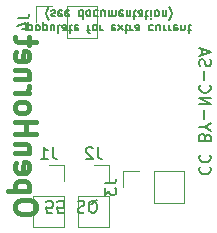
<source format=gbr>
G04 #@! TF.GenerationSoftware,KiCad,Pcbnew,(5.1.5-0-10_14)*
G04 #@! TF.CreationDate,2020-06-21T14:07:40+10:00*
G04 #@! TF.ProjectId,sq_indicator,73715f69-6e64-4696-9361-746f722e6b69,rev?*
G04 #@! TF.SameCoordinates,Original*
G04 #@! TF.FileFunction,Legend,Bot*
G04 #@! TF.FilePolarity,Positive*
%FSLAX46Y46*%
G04 Gerber Fmt 4.6, Leading zero omitted, Abs format (unit mm)*
G04 Created by KiCad (PCBNEW (5.1.5-0-10_14)) date 2020-06-21 14:07:40*
%MOMM*%
%LPD*%
G04 APERTURE LIST*
%ADD10C,0.150000*%
%ADD11C,0.400000*%
%ADD12C,0.175000*%
%ADD13C,0.120000*%
G04 APERTURE END LIST*
D10*
X175199337Y-97351646D02*
X175151718Y-97399265D01*
X175104099Y-97542122D01*
X175104099Y-97637360D01*
X175151718Y-97780218D01*
X175246956Y-97875456D01*
X175342194Y-97923075D01*
X175532670Y-97970694D01*
X175675527Y-97970694D01*
X175866003Y-97923075D01*
X175961241Y-97875456D01*
X176056480Y-97780218D01*
X176104099Y-97637360D01*
X176104099Y-97542122D01*
X176056480Y-97399265D01*
X176008860Y-97351646D01*
X175199337Y-96351646D02*
X175151718Y-96399265D01*
X175104099Y-96542122D01*
X175104099Y-96637360D01*
X175151718Y-96780218D01*
X175246956Y-96875456D01*
X175342194Y-96923075D01*
X175532670Y-96970694D01*
X175675527Y-96970694D01*
X175866003Y-96923075D01*
X175961241Y-96875456D01*
X176056480Y-96780218D01*
X176104099Y-96637360D01*
X176104099Y-96542122D01*
X176056480Y-96399265D01*
X176008860Y-96351646D01*
X175627908Y-94827837D02*
X175580289Y-94684980D01*
X175532670Y-94637360D01*
X175437432Y-94589741D01*
X175294575Y-94589741D01*
X175199337Y-94637360D01*
X175151718Y-94684980D01*
X175104099Y-94780218D01*
X175104099Y-95161170D01*
X176104099Y-95161170D01*
X176104099Y-94827837D01*
X176056480Y-94732599D01*
X176008860Y-94684980D01*
X175913622Y-94637360D01*
X175818384Y-94637360D01*
X175723146Y-94684980D01*
X175675527Y-94732599D01*
X175627908Y-94827837D01*
X175627908Y-95161170D01*
X175580289Y-93970694D02*
X175104099Y-93970694D01*
X176104099Y-94304027D02*
X175580289Y-93970694D01*
X176104099Y-93637360D01*
X175485051Y-93304027D02*
X175485051Y-92542122D01*
X175104099Y-92065932D02*
X176104099Y-92065932D01*
X175104099Y-91494503D01*
X176104099Y-91494503D01*
X175199337Y-90446884D02*
X175151718Y-90494503D01*
X175104099Y-90637360D01*
X175104099Y-90732599D01*
X175151718Y-90875456D01*
X175246956Y-90970694D01*
X175342194Y-91018313D01*
X175532670Y-91065932D01*
X175675527Y-91065932D01*
X175866003Y-91018313D01*
X175961241Y-90970694D01*
X176056480Y-90875456D01*
X176104099Y-90732599D01*
X176104099Y-90637360D01*
X176056480Y-90494503D01*
X176008860Y-90446884D01*
X175485051Y-90018313D02*
X175485051Y-89256408D01*
X175151718Y-88827837D02*
X175104099Y-88684980D01*
X175104099Y-88446884D01*
X175151718Y-88351646D01*
X175199337Y-88304027D01*
X175294575Y-88256408D01*
X175389813Y-88256408D01*
X175485051Y-88304027D01*
X175532670Y-88351646D01*
X175580289Y-88446884D01*
X175627908Y-88637360D01*
X175675527Y-88732599D01*
X175723146Y-88780218D01*
X175818384Y-88827837D01*
X175913622Y-88827837D01*
X176008860Y-88780218D01*
X176056480Y-88732599D01*
X176104099Y-88637360D01*
X176104099Y-88399265D01*
X176056480Y-88256408D01*
X175389813Y-87875456D02*
X175389813Y-87399265D01*
X175104099Y-87970694D02*
X176104099Y-87637360D01*
X175104099Y-87304027D01*
X162687432Y-101232599D02*
X162211241Y-101232599D01*
X162163622Y-100756408D01*
X162211241Y-100804027D01*
X162306480Y-100851646D01*
X162544575Y-100851646D01*
X162639813Y-100804027D01*
X162687432Y-100756408D01*
X162735051Y-100661170D01*
X162735051Y-100423075D01*
X162687432Y-100327837D01*
X162639813Y-100280218D01*
X162544575Y-100232599D01*
X162306480Y-100232599D01*
X162211241Y-100280218D01*
X162163622Y-100327837D01*
X163639813Y-101232599D02*
X163163622Y-101232599D01*
X163116003Y-100756408D01*
X163163622Y-100804027D01*
X163258860Y-100851646D01*
X163496956Y-100851646D01*
X163592194Y-100804027D01*
X163639813Y-100756408D01*
X163687432Y-100661170D01*
X163687432Y-100423075D01*
X163639813Y-100327837D01*
X163592194Y-100280218D01*
X163496956Y-100232599D01*
X163258860Y-100232599D01*
X163163622Y-100280218D01*
X163116003Y-100327837D01*
X164830289Y-100280218D02*
X164973146Y-100232599D01*
X165211241Y-100232599D01*
X165306480Y-100280218D01*
X165354099Y-100327837D01*
X165401718Y-100423075D01*
X165401718Y-100518313D01*
X165354099Y-100613551D01*
X165306480Y-100661170D01*
X165211241Y-100708789D01*
X165020765Y-100756408D01*
X164925527Y-100804027D01*
X164877908Y-100851646D01*
X164830289Y-100946884D01*
X164830289Y-101042122D01*
X164877908Y-101137360D01*
X164925527Y-101184980D01*
X165020765Y-101232599D01*
X165258860Y-101232599D01*
X165401718Y-101184980D01*
X166496956Y-100137360D02*
X166401718Y-100184980D01*
X166306480Y-100280218D01*
X166163622Y-100423075D01*
X166068384Y-100470694D01*
X165973146Y-100470694D01*
X166020765Y-100232599D02*
X165925527Y-100280218D01*
X165830289Y-100375456D01*
X165782670Y-100565932D01*
X165782670Y-100899265D01*
X165830289Y-101089741D01*
X165925527Y-101184980D01*
X166020765Y-101232599D01*
X166211241Y-101232599D01*
X166306480Y-101184980D01*
X166401718Y-101089741D01*
X166449337Y-100899265D01*
X166449337Y-100565932D01*
X166401718Y-100375456D01*
X166306480Y-100280218D01*
X166211241Y-100232599D01*
X166020765Y-100232599D01*
D11*
X161292194Y-100920694D02*
X161292194Y-100577837D01*
X161206480Y-100406408D01*
X161035051Y-100234980D01*
X160692194Y-100149265D01*
X160092194Y-100149265D01*
X159749337Y-100234980D01*
X159577908Y-100406408D01*
X159492194Y-100577837D01*
X159492194Y-100920694D01*
X159577908Y-101092122D01*
X159749337Y-101263551D01*
X160092194Y-101349265D01*
X160692194Y-101349265D01*
X161035051Y-101263551D01*
X161206480Y-101092122D01*
X161292194Y-100920694D01*
X160692194Y-99377837D02*
X158892194Y-99377837D01*
X160606480Y-99377837D02*
X160692194Y-99206408D01*
X160692194Y-98863551D01*
X160606480Y-98692122D01*
X160520765Y-98606408D01*
X160349337Y-98520694D01*
X159835051Y-98520694D01*
X159663622Y-98606408D01*
X159577908Y-98692122D01*
X159492194Y-98863551D01*
X159492194Y-99206408D01*
X159577908Y-99377837D01*
X159577908Y-97063551D02*
X159492194Y-97234980D01*
X159492194Y-97577837D01*
X159577908Y-97749265D01*
X159749337Y-97834980D01*
X160435051Y-97834980D01*
X160606480Y-97749265D01*
X160692194Y-97577837D01*
X160692194Y-97234980D01*
X160606480Y-97063551D01*
X160435051Y-96977837D01*
X160263622Y-96977837D01*
X160092194Y-97834980D01*
X160692194Y-96206408D02*
X159492194Y-96206408D01*
X160520765Y-96206408D02*
X160606480Y-96120694D01*
X160692194Y-95949265D01*
X160692194Y-95692122D01*
X160606480Y-95520694D01*
X160435051Y-95434980D01*
X159492194Y-95434980D01*
X159492194Y-94577837D02*
X161292194Y-94577837D01*
X160435051Y-94577837D02*
X160435051Y-93549265D01*
X159492194Y-93549265D02*
X161292194Y-93549265D01*
X159492194Y-92434980D02*
X159577908Y-92606408D01*
X159663622Y-92692122D01*
X159835051Y-92777837D01*
X160349337Y-92777837D01*
X160520765Y-92692122D01*
X160606480Y-92606408D01*
X160692194Y-92434980D01*
X160692194Y-92177837D01*
X160606480Y-92006408D01*
X160520765Y-91920694D01*
X160349337Y-91834980D01*
X159835051Y-91834980D01*
X159663622Y-91920694D01*
X159577908Y-92006408D01*
X159492194Y-92177837D01*
X159492194Y-92434980D01*
X159492194Y-91063551D02*
X160692194Y-91063551D01*
X160349337Y-91063551D02*
X160520765Y-90977837D01*
X160606480Y-90892122D01*
X160692194Y-90720694D01*
X160692194Y-90549265D01*
X160692194Y-89949265D02*
X159492194Y-89949265D01*
X160520765Y-89949265D02*
X160606480Y-89863551D01*
X160692194Y-89692122D01*
X160692194Y-89434980D01*
X160606480Y-89263551D01*
X160435051Y-89177837D01*
X159492194Y-89177837D01*
X159577908Y-87634980D02*
X159492194Y-87806408D01*
X159492194Y-88149265D01*
X159577908Y-88320694D01*
X159749337Y-88406408D01*
X160435051Y-88406408D01*
X160606480Y-88320694D01*
X160692194Y-88149265D01*
X160692194Y-87806408D01*
X160606480Y-87634980D01*
X160435051Y-87549265D01*
X160263622Y-87549265D01*
X160092194Y-88406408D01*
X160692194Y-87034980D02*
X160692194Y-86349265D01*
X161292194Y-86777837D02*
X159749337Y-86777837D01*
X159577908Y-86692122D01*
X159492194Y-86520694D01*
X159492194Y-86349265D01*
D12*
X160662866Y-85801039D02*
X160662866Y-85101039D01*
X160662866Y-85767705D02*
X160729533Y-85801039D01*
X160862866Y-85801039D01*
X160929533Y-85767705D01*
X160962866Y-85734372D01*
X160996199Y-85667705D01*
X160996199Y-85467705D01*
X160962866Y-85401039D01*
X160929533Y-85367705D01*
X160862866Y-85334372D01*
X160729533Y-85334372D01*
X160662866Y-85367705D01*
X161396199Y-85334372D02*
X161329533Y-85367705D01*
X161296199Y-85401039D01*
X161262866Y-85467705D01*
X161262866Y-85667705D01*
X161296199Y-85734372D01*
X161329533Y-85767705D01*
X161396199Y-85801039D01*
X161496199Y-85801039D01*
X161562866Y-85767705D01*
X161596199Y-85734372D01*
X161629533Y-85667705D01*
X161629533Y-85467705D01*
X161596199Y-85401039D01*
X161562866Y-85367705D01*
X161496199Y-85334372D01*
X161396199Y-85334372D01*
X161929533Y-85801039D02*
X161929533Y-85101039D01*
X161929533Y-85767705D02*
X161996199Y-85801039D01*
X162129533Y-85801039D01*
X162196199Y-85767705D01*
X162229533Y-85734372D01*
X162262866Y-85667705D01*
X162262866Y-85467705D01*
X162229533Y-85401039D01*
X162196199Y-85367705D01*
X162129533Y-85334372D01*
X161996199Y-85334372D01*
X161929533Y-85367705D01*
X162862866Y-85801039D02*
X162862866Y-85334372D01*
X162562866Y-85801039D02*
X162562866Y-85434372D01*
X162596199Y-85367705D01*
X162662866Y-85334372D01*
X162762866Y-85334372D01*
X162829533Y-85367705D01*
X162862866Y-85401039D01*
X163296199Y-85334372D02*
X163229533Y-85367705D01*
X163196199Y-85434372D01*
X163196199Y-86034372D01*
X163862866Y-85334372D02*
X163862866Y-85701039D01*
X163829533Y-85767705D01*
X163762866Y-85801039D01*
X163629533Y-85801039D01*
X163562866Y-85767705D01*
X163862866Y-85367705D02*
X163796199Y-85334372D01*
X163629533Y-85334372D01*
X163562866Y-85367705D01*
X163529533Y-85434372D01*
X163529533Y-85501039D01*
X163562866Y-85567705D01*
X163629533Y-85601039D01*
X163796199Y-85601039D01*
X163862866Y-85634372D01*
X164096199Y-85801039D02*
X164362866Y-85801039D01*
X164196199Y-86034372D02*
X164196199Y-85434372D01*
X164229533Y-85367705D01*
X164296199Y-85334372D01*
X164362866Y-85334372D01*
X164862866Y-85367705D02*
X164796199Y-85334372D01*
X164662866Y-85334372D01*
X164596199Y-85367705D01*
X164562866Y-85434372D01*
X164562866Y-85701039D01*
X164596199Y-85767705D01*
X164662866Y-85801039D01*
X164796199Y-85801039D01*
X164862866Y-85767705D01*
X164896199Y-85701039D01*
X164896199Y-85634372D01*
X164562866Y-85567705D01*
X165629533Y-85801039D02*
X165896199Y-85801039D01*
X165729533Y-85334372D02*
X165729533Y-85934372D01*
X165762866Y-86001039D01*
X165829533Y-86034372D01*
X165896199Y-86034372D01*
X166229533Y-85334372D02*
X166162866Y-85367705D01*
X166129533Y-85401039D01*
X166096199Y-85467705D01*
X166096199Y-85667705D01*
X166129533Y-85734372D01*
X166162866Y-85767705D01*
X166229533Y-85801039D01*
X166329533Y-85801039D01*
X166396199Y-85767705D01*
X166429533Y-85734372D01*
X166462866Y-85667705D01*
X166462866Y-85467705D01*
X166429533Y-85401039D01*
X166396199Y-85367705D01*
X166329533Y-85334372D01*
X166229533Y-85334372D01*
X166762866Y-85334372D02*
X166762866Y-85801039D01*
X166762866Y-85667705D02*
X166796199Y-85734372D01*
X166829533Y-85767705D01*
X166896199Y-85801039D01*
X166962866Y-85801039D01*
X167996199Y-85367705D02*
X167929533Y-85334372D01*
X167796199Y-85334372D01*
X167729533Y-85367705D01*
X167696199Y-85434372D01*
X167696199Y-85701039D01*
X167729533Y-85767705D01*
X167796199Y-85801039D01*
X167929533Y-85801039D01*
X167996199Y-85767705D01*
X168029533Y-85701039D01*
X168029533Y-85634372D01*
X167696199Y-85567705D01*
X168262866Y-85334372D02*
X168629533Y-85801039D01*
X168262866Y-85801039D02*
X168629533Y-85334372D01*
X168796199Y-85801039D02*
X169062866Y-85801039D01*
X168896199Y-86034372D02*
X168896199Y-85434372D01*
X168929533Y-85367705D01*
X168996199Y-85334372D01*
X169062866Y-85334372D01*
X169296199Y-85334372D02*
X169296199Y-85801039D01*
X169296199Y-85667705D02*
X169329533Y-85734372D01*
X169362866Y-85767705D01*
X169429533Y-85801039D01*
X169496199Y-85801039D01*
X170029533Y-85334372D02*
X170029533Y-85701039D01*
X169996199Y-85767705D01*
X169929533Y-85801039D01*
X169796199Y-85801039D01*
X169729533Y-85767705D01*
X170029533Y-85367705D02*
X169962866Y-85334372D01*
X169796199Y-85334372D01*
X169729533Y-85367705D01*
X169696199Y-85434372D01*
X169696199Y-85501039D01*
X169729533Y-85567705D01*
X169796199Y-85601039D01*
X169962866Y-85601039D01*
X170029533Y-85634372D01*
X171196199Y-85367705D02*
X171129533Y-85334372D01*
X170996199Y-85334372D01*
X170929533Y-85367705D01*
X170896199Y-85401039D01*
X170862866Y-85467705D01*
X170862866Y-85667705D01*
X170896199Y-85734372D01*
X170929533Y-85767705D01*
X170996199Y-85801039D01*
X171129533Y-85801039D01*
X171196199Y-85767705D01*
X171796199Y-85801039D02*
X171796199Y-85334372D01*
X171496199Y-85801039D02*
X171496199Y-85434372D01*
X171529533Y-85367705D01*
X171596199Y-85334372D01*
X171696199Y-85334372D01*
X171762866Y-85367705D01*
X171796199Y-85401039D01*
X172129533Y-85334372D02*
X172129533Y-85801039D01*
X172129533Y-85667705D02*
X172162866Y-85734372D01*
X172196199Y-85767705D01*
X172262866Y-85801039D01*
X172329533Y-85801039D01*
X172562866Y-85334372D02*
X172562866Y-85801039D01*
X172562866Y-85667705D02*
X172596199Y-85734372D01*
X172629533Y-85767705D01*
X172696199Y-85801039D01*
X172762866Y-85801039D01*
X173262866Y-85367705D02*
X173196199Y-85334372D01*
X173062866Y-85334372D01*
X172996199Y-85367705D01*
X172962866Y-85434372D01*
X172962866Y-85701039D01*
X172996199Y-85767705D01*
X173062866Y-85801039D01*
X173196199Y-85801039D01*
X173262866Y-85767705D01*
X173296199Y-85701039D01*
X173296199Y-85634372D01*
X172962866Y-85567705D01*
X173596199Y-85801039D02*
X173596199Y-85334372D01*
X173596199Y-85734372D02*
X173629533Y-85767705D01*
X173696199Y-85801039D01*
X173796199Y-85801039D01*
X173862866Y-85767705D01*
X173896199Y-85701039D01*
X173896199Y-85334372D01*
X174129533Y-85801039D02*
X174396199Y-85801039D01*
X174229533Y-86034372D02*
X174229533Y-85434372D01*
X174262866Y-85367705D01*
X174329533Y-85334372D01*
X174396199Y-85334372D01*
X162379533Y-83842705D02*
X162346199Y-83876039D01*
X162279533Y-83976039D01*
X162246199Y-84042705D01*
X162212866Y-84142705D01*
X162179533Y-84309372D01*
X162179533Y-84442705D01*
X162212866Y-84609372D01*
X162246199Y-84709372D01*
X162279533Y-84776039D01*
X162346199Y-84876039D01*
X162379533Y-84909372D01*
X162612866Y-84142705D02*
X162679533Y-84109372D01*
X162812866Y-84109372D01*
X162879533Y-84142705D01*
X162912866Y-84209372D01*
X162912866Y-84242705D01*
X162879533Y-84309372D01*
X162812866Y-84342705D01*
X162712866Y-84342705D01*
X162646199Y-84376039D01*
X162612866Y-84442705D01*
X162612866Y-84476039D01*
X162646199Y-84542705D01*
X162712866Y-84576039D01*
X162812866Y-84576039D01*
X162879533Y-84542705D01*
X163479533Y-84142705D02*
X163412866Y-84109372D01*
X163279533Y-84109372D01*
X163212866Y-84142705D01*
X163179533Y-84209372D01*
X163179533Y-84476039D01*
X163212866Y-84542705D01*
X163279533Y-84576039D01*
X163412866Y-84576039D01*
X163479533Y-84542705D01*
X163512866Y-84476039D01*
X163512866Y-84409372D01*
X163179533Y-84342705D01*
X164079533Y-84142705D02*
X164012866Y-84109372D01*
X163879533Y-84109372D01*
X163812866Y-84142705D01*
X163779533Y-84209372D01*
X163779533Y-84476039D01*
X163812866Y-84542705D01*
X163879533Y-84576039D01*
X164012866Y-84576039D01*
X164079533Y-84542705D01*
X164112866Y-84476039D01*
X164112866Y-84409372D01*
X163779533Y-84342705D01*
X165246199Y-84109372D02*
X165246199Y-84809372D01*
X165246199Y-84142705D02*
X165179533Y-84109372D01*
X165046199Y-84109372D01*
X164979533Y-84142705D01*
X164946199Y-84176039D01*
X164912866Y-84242705D01*
X164912866Y-84442705D01*
X164946199Y-84509372D01*
X164979533Y-84542705D01*
X165046199Y-84576039D01*
X165179533Y-84576039D01*
X165246199Y-84542705D01*
X165679533Y-84109372D02*
X165612866Y-84142705D01*
X165579533Y-84176039D01*
X165546199Y-84242705D01*
X165546199Y-84442705D01*
X165579533Y-84509372D01*
X165612866Y-84542705D01*
X165679533Y-84576039D01*
X165779533Y-84576039D01*
X165846199Y-84542705D01*
X165879533Y-84509372D01*
X165912866Y-84442705D01*
X165912866Y-84242705D01*
X165879533Y-84176039D01*
X165846199Y-84142705D01*
X165779533Y-84109372D01*
X165679533Y-84109372D01*
X166512866Y-84142705D02*
X166446199Y-84109372D01*
X166312866Y-84109372D01*
X166246199Y-84142705D01*
X166212866Y-84176039D01*
X166179533Y-84242705D01*
X166179533Y-84442705D01*
X166212866Y-84509372D01*
X166246199Y-84542705D01*
X166312866Y-84576039D01*
X166446199Y-84576039D01*
X166512866Y-84542705D01*
X167112866Y-84576039D02*
X167112866Y-84109372D01*
X166812866Y-84576039D02*
X166812866Y-84209372D01*
X166846199Y-84142705D01*
X166912866Y-84109372D01*
X167012866Y-84109372D01*
X167079533Y-84142705D01*
X167112866Y-84176039D01*
X167446199Y-84109372D02*
X167446199Y-84576039D01*
X167446199Y-84509372D02*
X167479533Y-84542705D01*
X167546199Y-84576039D01*
X167646199Y-84576039D01*
X167712866Y-84542705D01*
X167746199Y-84476039D01*
X167746199Y-84109372D01*
X167746199Y-84476039D02*
X167779533Y-84542705D01*
X167846199Y-84576039D01*
X167946199Y-84576039D01*
X168012866Y-84542705D01*
X168046199Y-84476039D01*
X168046199Y-84109372D01*
X168646199Y-84142705D02*
X168579533Y-84109372D01*
X168446199Y-84109372D01*
X168379533Y-84142705D01*
X168346199Y-84209372D01*
X168346199Y-84476039D01*
X168379533Y-84542705D01*
X168446199Y-84576039D01*
X168579533Y-84576039D01*
X168646199Y-84542705D01*
X168679533Y-84476039D01*
X168679533Y-84409372D01*
X168346199Y-84342705D01*
X168979533Y-84576039D02*
X168979533Y-84109372D01*
X168979533Y-84509372D02*
X169012866Y-84542705D01*
X169079533Y-84576039D01*
X169179533Y-84576039D01*
X169246199Y-84542705D01*
X169279533Y-84476039D01*
X169279533Y-84109372D01*
X169512866Y-84576039D02*
X169779533Y-84576039D01*
X169612866Y-84809372D02*
X169612866Y-84209372D01*
X169646199Y-84142705D01*
X169712866Y-84109372D01*
X169779533Y-84109372D01*
X170312866Y-84109372D02*
X170312866Y-84476039D01*
X170279533Y-84542705D01*
X170212866Y-84576039D01*
X170079533Y-84576039D01*
X170012866Y-84542705D01*
X170312866Y-84142705D02*
X170246199Y-84109372D01*
X170079533Y-84109372D01*
X170012866Y-84142705D01*
X169979533Y-84209372D01*
X169979533Y-84276039D01*
X170012866Y-84342705D01*
X170079533Y-84376039D01*
X170246199Y-84376039D01*
X170312866Y-84409372D01*
X170546199Y-84576039D02*
X170812866Y-84576039D01*
X170646199Y-84809372D02*
X170646199Y-84209372D01*
X170679533Y-84142705D01*
X170746199Y-84109372D01*
X170812866Y-84109372D01*
X171046199Y-84109372D02*
X171046199Y-84576039D01*
X171046199Y-84809372D02*
X171012866Y-84776039D01*
X171046199Y-84742705D01*
X171079533Y-84776039D01*
X171046199Y-84809372D01*
X171046199Y-84742705D01*
X171479533Y-84109372D02*
X171412866Y-84142705D01*
X171379533Y-84176039D01*
X171346199Y-84242705D01*
X171346199Y-84442705D01*
X171379533Y-84509372D01*
X171412866Y-84542705D01*
X171479533Y-84576039D01*
X171579533Y-84576039D01*
X171646199Y-84542705D01*
X171679533Y-84509372D01*
X171712866Y-84442705D01*
X171712866Y-84242705D01*
X171679533Y-84176039D01*
X171646199Y-84142705D01*
X171579533Y-84109372D01*
X171479533Y-84109372D01*
X172012866Y-84576039D02*
X172012866Y-84109372D01*
X172012866Y-84509372D02*
X172046199Y-84542705D01*
X172112866Y-84576039D01*
X172212866Y-84576039D01*
X172279533Y-84542705D01*
X172312866Y-84476039D01*
X172312866Y-84109372D01*
X172579533Y-83842705D02*
X172612866Y-83876039D01*
X172679533Y-83976039D01*
X172712866Y-84042705D01*
X172746199Y-84142705D01*
X172779533Y-84309372D01*
X172779533Y-84442705D01*
X172746199Y-84609372D01*
X172712866Y-84709372D01*
X172679533Y-84776039D01*
X172612866Y-84876039D01*
X172579533Y-84909372D01*
D13*
X161298000Y-83765000D02*
X161298000Y-85095000D01*
X162628000Y-83765000D02*
X161298000Y-83765000D01*
X163898000Y-83765000D02*
X163898000Y-86425000D01*
X163898000Y-86425000D02*
X166498000Y-86425000D01*
X163898000Y-83765000D02*
X166498000Y-83765000D01*
X166498000Y-83765000D02*
X166498000Y-86425000D01*
X168664000Y-97735000D02*
X168664000Y-99065000D01*
X169994000Y-97735000D02*
X168664000Y-97735000D01*
X171264000Y-97735000D02*
X171264000Y-100395000D01*
X171264000Y-100395000D02*
X173864000Y-100395000D01*
X171264000Y-97735000D02*
X173864000Y-97735000D01*
X173864000Y-97735000D02*
X173864000Y-100395000D01*
X167514000Y-97227000D02*
X166184000Y-97227000D01*
X167514000Y-98557000D02*
X167514000Y-97227000D01*
X167514000Y-99827000D02*
X164854000Y-99827000D01*
X164854000Y-99827000D02*
X164854000Y-102427000D01*
X167514000Y-99827000D02*
X167514000Y-102427000D01*
X167514000Y-102427000D02*
X164854000Y-102427000D01*
X163704000Y-97227000D02*
X162374000Y-97227000D01*
X163704000Y-98557000D02*
X163704000Y-97227000D01*
X163704000Y-99827000D02*
X161044000Y-99827000D01*
X161044000Y-99827000D02*
X161044000Y-102427000D01*
X163704000Y-99827000D02*
X163704000Y-102427000D01*
X163704000Y-102427000D02*
X161044000Y-102427000D01*
D10*
X159750380Y-84761666D02*
X160464666Y-84761666D01*
X160607523Y-84714047D01*
X160702761Y-84618809D01*
X160750380Y-84475952D01*
X160750380Y-84380714D01*
X160083714Y-85666428D02*
X160750380Y-85666428D01*
X159702761Y-85428333D02*
X160417047Y-85190238D01*
X160417047Y-85809285D01*
X167116380Y-98731666D02*
X167830666Y-98731666D01*
X167973523Y-98684047D01*
X168068761Y-98588809D01*
X168116380Y-98445952D01*
X168116380Y-98350714D01*
X167116380Y-99112619D02*
X167116380Y-99731666D01*
X167497333Y-99398333D01*
X167497333Y-99541190D01*
X167544952Y-99636428D01*
X167592571Y-99684047D01*
X167687809Y-99731666D01*
X167925904Y-99731666D01*
X168021142Y-99684047D01*
X168068761Y-99636428D01*
X168116380Y-99541190D01*
X168116380Y-99255476D01*
X168068761Y-99160238D01*
X168021142Y-99112619D01*
X166517333Y-95679380D02*
X166517333Y-96393666D01*
X166564952Y-96536523D01*
X166660190Y-96631761D01*
X166803047Y-96679380D01*
X166898285Y-96679380D01*
X166088761Y-95774619D02*
X166041142Y-95727000D01*
X165945904Y-95679380D01*
X165707809Y-95679380D01*
X165612571Y-95727000D01*
X165564952Y-95774619D01*
X165517333Y-95869857D01*
X165517333Y-95965095D01*
X165564952Y-96107952D01*
X166136380Y-96679380D01*
X165517333Y-96679380D01*
X162707333Y-95679380D02*
X162707333Y-96393666D01*
X162754952Y-96536523D01*
X162850190Y-96631761D01*
X162993047Y-96679380D01*
X163088285Y-96679380D01*
X161707333Y-96679380D02*
X162278761Y-96679380D01*
X161993047Y-96679380D02*
X161993047Y-95679380D01*
X162088285Y-95822238D01*
X162183523Y-95917476D01*
X162278761Y-95965095D01*
M02*

</source>
